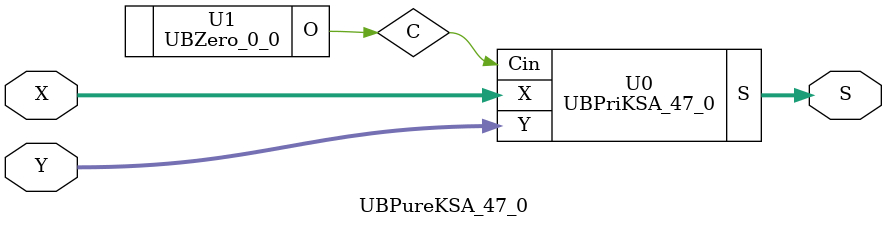
<source format=v>
/*----------------------------------------------------------------------------
  Copyright (c) 2021 Homma laboratory. All rights reserved.

  Top module: UBKSA_31_0_47_0

  Operand-1 length: 32
  Operand-2 length: 48
  Two-operand addition algorithm: Kogge-Stone adder
----------------------------------------------------------------------------*/

module UB1DCON_0(O, I);
  output O;
  input I;
  assign O = I;
endmodule

module UB1DCON_1(O, I);
  output O;
  input I;
  assign O = I;
endmodule

module UB1DCON_2(O, I);
  output O;
  input I;
  assign O = I;
endmodule

module UB1DCON_3(O, I);
  output O;
  input I;
  assign O = I;
endmodule

module UB1DCON_4(O, I);
  output O;
  input I;
  assign O = I;
endmodule

module UB1DCON_5(O, I);
  output O;
  input I;
  assign O = I;
endmodule

module UB1DCON_6(O, I);
  output O;
  input I;
  assign O = I;
endmodule

module UB1DCON_7(O, I);
  output O;
  input I;
  assign O = I;
endmodule

module UB1DCON_8(O, I);
  output O;
  input I;
  assign O = I;
endmodule

module UB1DCON_9(O, I);
  output O;
  input I;
  assign O = I;
endmodule

module UB1DCON_10(O, I);
  output O;
  input I;
  assign O = I;
endmodule

module UB1DCON_11(O, I);
  output O;
  input I;
  assign O = I;
endmodule

module UB1DCON_12(O, I);
  output O;
  input I;
  assign O = I;
endmodule

module UB1DCON_13(O, I);
  output O;
  input I;
  assign O = I;
endmodule

module UB1DCON_14(O, I);
  output O;
  input I;
  assign O = I;
endmodule

module UB1DCON_15(O, I);
  output O;
  input I;
  assign O = I;
endmodule

module UB1DCON_16(O, I);
  output O;
  input I;
  assign O = I;
endmodule

module UB1DCON_17(O, I);
  output O;
  input I;
  assign O = I;
endmodule

module UB1DCON_18(O, I);
  output O;
  input I;
  assign O = I;
endmodule

module UB1DCON_19(O, I);
  output O;
  input I;
  assign O = I;
endmodule

module UB1DCON_20(O, I);
  output O;
  input I;
  assign O = I;
endmodule

module UB1DCON_21(O, I);
  output O;
  input I;
  assign O = I;
endmodule

module UB1DCON_22(O, I);
  output O;
  input I;
  assign O = I;
endmodule

module UB1DCON_23(O, I);
  output O;
  input I;
  assign O = I;
endmodule

module UB1DCON_24(O, I);
  output O;
  input I;
  assign O = I;
endmodule

module UB1DCON_25(O, I);
  output O;
  input I;
  assign O = I;
endmodule

module UB1DCON_26(O, I);
  output O;
  input I;
  assign O = I;
endmodule

module UB1DCON_27(O, I);
  output O;
  input I;
  assign O = I;
endmodule

module UB1DCON_28(O, I);
  output O;
  input I;
  assign O = I;
endmodule

module UB1DCON_29(O, I);
  output O;
  input I;
  assign O = I;
endmodule

module UB1DCON_30(O, I);
  output O;
  input I;
  assign O = I;
endmodule

module UB1DCON_31(O, I);
  output O;
  input I;
  assign O = I;
endmodule

module UBZero_47_32(O);
  output [47:32] O;
  assign O[32] = 0;
  assign O[33] = 0;
  assign O[34] = 0;
  assign O[35] = 0;
  assign O[36] = 0;
  assign O[37] = 0;
  assign O[38] = 0;
  assign O[39] = 0;
  assign O[40] = 0;
  assign O[41] = 0;
  assign O[42] = 0;
  assign O[43] = 0;
  assign O[44] = 0;
  assign O[45] = 0;
  assign O[46] = 0;
  assign O[47] = 0;
endmodule

module GPGenerator(Go, Po, A, B);
  output Go;
  output Po;
  input A;
  input B;
  assign Go = A & B;
  assign Po = A ^ B;
endmodule

module CarryOperator(Go, Po, Gi1, Pi1, Gi2, Pi2);
  output Go;
  output Po;
  input Gi1;
  input Gi2;
  input Pi1;
  input Pi2;
  assign Go = Gi1 | ( Gi2 & Pi1 );
  assign Po = Pi1 & Pi2;
endmodule

module UBPriKSA_47_0(S, X, Y, Cin);
  output [48:0] S;
  input Cin;
  input [47:0] X;
  input [47:0] Y;
  wire [47:0] G0;
  wire [47:0] G1;
  wire [47:0] G2;
  wire [47:0] G3;
  wire [47:0] G4;
  wire [47:0] G5;
  wire [47:0] G6;
  wire [47:0] P0;
  wire [47:0] P1;
  wire [47:0] P2;
  wire [47:0] P3;
  wire [47:0] P4;
  wire [47:0] P5;
  wire [47:0] P6;
  assign P1[0] = P0[0];
  assign G1[0] = G0[0];
  assign P2[0] = P1[0];
  assign G2[0] = G1[0];
  assign P2[1] = P1[1];
  assign G2[1] = G1[1];
  assign P3[0] = P2[0];
  assign G3[0] = G2[0];
  assign P3[1] = P2[1];
  assign G3[1] = G2[1];
  assign P3[2] = P2[2];
  assign G3[2] = G2[2];
  assign P3[3] = P2[3];
  assign G3[3] = G2[3];
  assign P4[0] = P3[0];
  assign G4[0] = G3[0];
  assign P4[1] = P3[1];
  assign G4[1] = G3[1];
  assign P4[2] = P3[2];
  assign G4[2] = G3[2];
  assign P4[3] = P3[3];
  assign G4[3] = G3[3];
  assign P4[4] = P3[4];
  assign G4[4] = G3[4];
  assign P4[5] = P3[5];
  assign G4[5] = G3[5];
  assign P4[6] = P3[6];
  assign G4[6] = G3[6];
  assign P4[7] = P3[7];
  assign G4[7] = G3[7];
  assign P5[0] = P4[0];
  assign G5[0] = G4[0];
  assign P5[1] = P4[1];
  assign G5[1] = G4[1];
  assign P5[2] = P4[2];
  assign G5[2] = G4[2];
  assign P5[3] = P4[3];
  assign G5[3] = G4[3];
  assign P5[4] = P4[4];
  assign G5[4] = G4[4];
  assign P5[5] = P4[5];
  assign G5[5] = G4[5];
  assign P5[6] = P4[6];
  assign G5[6] = G4[6];
  assign P5[7] = P4[7];
  assign G5[7] = G4[7];
  assign P5[8] = P4[8];
  assign G5[8] = G4[8];
  assign P5[9] = P4[9];
  assign G5[9] = G4[9];
  assign P5[10] = P4[10];
  assign G5[10] = G4[10];
  assign P5[11] = P4[11];
  assign G5[11] = G4[11];
  assign P5[12] = P4[12];
  assign G5[12] = G4[12];
  assign P5[13] = P4[13];
  assign G5[13] = G4[13];
  assign P5[14] = P4[14];
  assign G5[14] = G4[14];
  assign P5[15] = P4[15];
  assign G5[15] = G4[15];
  assign P6[0] = P5[0];
  assign G6[0] = G5[0];
  assign P6[1] = P5[1];
  assign G6[1] = G5[1];
  assign P6[2] = P5[2];
  assign G6[2] = G5[2];
  assign P6[3] = P5[3];
  assign G6[3] = G5[3];
  assign P6[4] = P5[4];
  assign G6[4] = G5[4];
  assign P6[5] = P5[5];
  assign G6[5] = G5[5];
  assign P6[6] = P5[6];
  assign G6[6] = G5[6];
  assign P6[7] = P5[7];
  assign G6[7] = G5[7];
  assign P6[8] = P5[8];
  assign G6[8] = G5[8];
  assign P6[9] = P5[9];
  assign G6[9] = G5[9];
  assign P6[10] = P5[10];
  assign G6[10] = G5[10];
  assign P6[11] = P5[11];
  assign G6[11] = G5[11];
  assign P6[12] = P5[12];
  assign G6[12] = G5[12];
  assign P6[13] = P5[13];
  assign G6[13] = G5[13];
  assign P6[14] = P5[14];
  assign G6[14] = G5[14];
  assign P6[15] = P5[15];
  assign G6[15] = G5[15];
  assign P6[16] = P5[16];
  assign G6[16] = G5[16];
  assign P6[17] = P5[17];
  assign G6[17] = G5[17];
  assign P6[18] = P5[18];
  assign G6[18] = G5[18];
  assign P6[19] = P5[19];
  assign G6[19] = G5[19];
  assign P6[20] = P5[20];
  assign G6[20] = G5[20];
  assign P6[21] = P5[21];
  assign G6[21] = G5[21];
  assign P6[22] = P5[22];
  assign G6[22] = G5[22];
  assign P6[23] = P5[23];
  assign G6[23] = G5[23];
  assign P6[24] = P5[24];
  assign G6[24] = G5[24];
  assign P6[25] = P5[25];
  assign G6[25] = G5[25];
  assign P6[26] = P5[26];
  assign G6[26] = G5[26];
  assign P6[27] = P5[27];
  assign G6[27] = G5[27];
  assign P6[28] = P5[28];
  assign G6[28] = G5[28];
  assign P6[29] = P5[29];
  assign G6[29] = G5[29];
  assign P6[30] = P5[30];
  assign G6[30] = G5[30];
  assign P6[31] = P5[31];
  assign G6[31] = G5[31];
  assign S[0] = Cin ^ P0[0];
  assign S[1] = ( G6[0] | ( P6[0] & Cin ) ) ^ P0[1];
  assign S[2] = ( G6[1] | ( P6[1] & Cin ) ) ^ P0[2];
  assign S[3] = ( G6[2] | ( P6[2] & Cin ) ) ^ P0[3];
  assign S[4] = ( G6[3] | ( P6[3] & Cin ) ) ^ P0[4];
  assign S[5] = ( G6[4] | ( P6[4] & Cin ) ) ^ P0[5];
  assign S[6] = ( G6[5] | ( P6[5] & Cin ) ) ^ P0[6];
  assign S[7] = ( G6[6] | ( P6[6] & Cin ) ) ^ P0[7];
  assign S[8] = ( G6[7] | ( P6[7] & Cin ) ) ^ P0[8];
  assign S[9] = ( G6[8] | ( P6[8] & Cin ) ) ^ P0[9];
  assign S[10] = ( G6[9] | ( P6[9] & Cin ) ) ^ P0[10];
  assign S[11] = ( G6[10] | ( P6[10] & Cin ) ) ^ P0[11];
  assign S[12] = ( G6[11] | ( P6[11] & Cin ) ) ^ P0[12];
  assign S[13] = ( G6[12] | ( P6[12] & Cin ) ) ^ P0[13];
  assign S[14] = ( G6[13] | ( P6[13] & Cin ) ) ^ P0[14];
  assign S[15] = ( G6[14] | ( P6[14] & Cin ) ) ^ P0[15];
  assign S[16] = ( G6[15] | ( P6[15] & Cin ) ) ^ P0[16];
  assign S[17] = ( G6[16] | ( P6[16] & Cin ) ) ^ P0[17];
  assign S[18] = ( G6[17] | ( P6[17] & Cin ) ) ^ P0[18];
  assign S[19] = ( G6[18] | ( P6[18] & Cin ) ) ^ P0[19];
  assign S[20] = ( G6[19] | ( P6[19] & Cin ) ) ^ P0[20];
  assign S[21] = ( G6[20] | ( P6[20] & Cin ) ) ^ P0[21];
  assign S[22] = ( G6[21] | ( P6[21] & Cin ) ) ^ P0[22];
  assign S[23] = ( G6[22] | ( P6[22] & Cin ) ) ^ P0[23];
  assign S[24] = ( G6[23] | ( P6[23] & Cin ) ) ^ P0[24];
  assign S[25] = ( G6[24] | ( P6[24] & Cin ) ) ^ P0[25];
  assign S[26] = ( G6[25] | ( P6[25] & Cin ) ) ^ P0[26];
  assign S[27] = ( G6[26] | ( P6[26] & Cin ) ) ^ P0[27];
  assign S[28] = ( G6[27] | ( P6[27] & Cin ) ) ^ P0[28];
  assign S[29] = ( G6[28] | ( P6[28] & Cin ) ) ^ P0[29];
  assign S[30] = ( G6[29] | ( P6[29] & Cin ) ) ^ P0[30];
  assign S[31] = ( G6[30] | ( P6[30] & Cin ) ) ^ P0[31];
  assign S[32] = ( G6[31] | ( P6[31] & Cin ) ) ^ P0[32];
  assign S[33] = ( G6[32] | ( P6[32] & Cin ) ) ^ P0[33];
  assign S[34] = ( G6[33] | ( P6[33] & Cin ) ) ^ P0[34];
  assign S[35] = ( G6[34] | ( P6[34] & Cin ) ) ^ P0[35];
  assign S[36] = ( G6[35] | ( P6[35] & Cin ) ) ^ P0[36];
  assign S[37] = ( G6[36] | ( P6[36] & Cin ) ) ^ P0[37];
  assign S[38] = ( G6[37] | ( P6[37] & Cin ) ) ^ P0[38];
  assign S[39] = ( G6[38] | ( P6[38] & Cin ) ) ^ P0[39];
  assign S[40] = ( G6[39] | ( P6[39] & Cin ) ) ^ P0[40];
  assign S[41] = ( G6[40] | ( P6[40] & Cin ) ) ^ P0[41];
  assign S[42] = ( G6[41] | ( P6[41] & Cin ) ) ^ P0[42];
  assign S[43] = ( G6[42] | ( P6[42] & Cin ) ) ^ P0[43];
  assign S[44] = ( G6[43] | ( P6[43] & Cin ) ) ^ P0[44];
  assign S[45] = ( G6[44] | ( P6[44] & Cin ) ) ^ P0[45];
  assign S[46] = ( G6[45] | ( P6[45] & Cin ) ) ^ P0[46];
  assign S[47] = ( G6[46] | ( P6[46] & Cin ) ) ^ P0[47];
  assign S[48] = G6[47] | ( P6[47] & Cin );
  GPGenerator U0 (G0[0], P0[0], X[0], Y[0]);
  GPGenerator U1 (G0[1], P0[1], X[1], Y[1]);
  GPGenerator U2 (G0[2], P0[2], X[2], Y[2]);
  GPGenerator U3 (G0[3], P0[3], X[3], Y[3]);
  GPGenerator U4 (G0[4], P0[4], X[4], Y[4]);
  GPGenerator U5 (G0[5], P0[5], X[5], Y[5]);
  GPGenerator U6 (G0[6], P0[6], X[6], Y[6]);
  GPGenerator U7 (G0[7], P0[7], X[7], Y[7]);
  GPGenerator U8 (G0[8], P0[8], X[8], Y[8]);
  GPGenerator U9 (G0[9], P0[9], X[9], Y[9]);
  GPGenerator U10 (G0[10], P0[10], X[10], Y[10]);
  GPGenerator U11 (G0[11], P0[11], X[11], Y[11]);
  GPGenerator U12 (G0[12], P0[12], X[12], Y[12]);
  GPGenerator U13 (G0[13], P0[13], X[13], Y[13]);
  GPGenerator U14 (G0[14], P0[14], X[14], Y[14]);
  GPGenerator U15 (G0[15], P0[15], X[15], Y[15]);
  GPGenerator U16 (G0[16], P0[16], X[16], Y[16]);
  GPGenerator U17 (G0[17], P0[17], X[17], Y[17]);
  GPGenerator U18 (G0[18], P0[18], X[18], Y[18]);
  GPGenerator U19 (G0[19], P0[19], X[19], Y[19]);
  GPGenerator U20 (G0[20], P0[20], X[20], Y[20]);
  GPGenerator U21 (G0[21], P0[21], X[21], Y[21]);
  GPGenerator U22 (G0[22], P0[22], X[22], Y[22]);
  GPGenerator U23 (G0[23], P0[23], X[23], Y[23]);
  GPGenerator U24 (G0[24], P0[24], X[24], Y[24]);
  GPGenerator U25 (G0[25], P0[25], X[25], Y[25]);
  GPGenerator U26 (G0[26], P0[26], X[26], Y[26]);
  GPGenerator U27 (G0[27], P0[27], X[27], Y[27]);
  GPGenerator U28 (G0[28], P0[28], X[28], Y[28]);
  GPGenerator U29 (G0[29], P0[29], X[29], Y[29]);
  GPGenerator U30 (G0[30], P0[30], X[30], Y[30]);
  GPGenerator U31 (G0[31], P0[31], X[31], Y[31]);
  GPGenerator U32 (G0[32], P0[32], X[32], Y[32]);
  GPGenerator U33 (G0[33], P0[33], X[33], Y[33]);
  GPGenerator U34 (G0[34], P0[34], X[34], Y[34]);
  GPGenerator U35 (G0[35], P0[35], X[35], Y[35]);
  GPGenerator U36 (G0[36], P0[36], X[36], Y[36]);
  GPGenerator U37 (G0[37], P0[37], X[37], Y[37]);
  GPGenerator U38 (G0[38], P0[38], X[38], Y[38]);
  GPGenerator U39 (G0[39], P0[39], X[39], Y[39]);
  GPGenerator U40 (G0[40], P0[40], X[40], Y[40]);
  GPGenerator U41 (G0[41], P0[41], X[41], Y[41]);
  GPGenerator U42 (G0[42], P0[42], X[42], Y[42]);
  GPGenerator U43 (G0[43], P0[43], X[43], Y[43]);
  GPGenerator U44 (G0[44], P0[44], X[44], Y[44]);
  GPGenerator U45 (G0[45], P0[45], X[45], Y[45]);
  GPGenerator U46 (G0[46], P0[46], X[46], Y[46]);
  GPGenerator U47 (G0[47], P0[47], X[47], Y[47]);
  CarryOperator U48 (G1[1], P1[1], G0[1], P0[1], G0[0], P0[0]);
  CarryOperator U49 (G1[2], P1[2], G0[2], P0[2], G0[1], P0[1]);
  CarryOperator U50 (G1[3], P1[3], G0[3], P0[3], G0[2], P0[2]);
  CarryOperator U51 (G1[4], P1[4], G0[4], P0[4], G0[3], P0[3]);
  CarryOperator U52 (G1[5], P1[5], G0[5], P0[5], G0[4], P0[4]);
  CarryOperator U53 (G1[6], P1[6], G0[6], P0[6], G0[5], P0[5]);
  CarryOperator U54 (G1[7], P1[7], G0[7], P0[7], G0[6], P0[6]);
  CarryOperator U55 (G1[8], P1[8], G0[8], P0[8], G0[7], P0[7]);
  CarryOperator U56 (G1[9], P1[9], G0[9], P0[9], G0[8], P0[8]);
  CarryOperator U57 (G1[10], P1[10], G0[10], P0[10], G0[9], P0[9]);
  CarryOperator U58 (G1[11], P1[11], G0[11], P0[11], G0[10], P0[10]);
  CarryOperator U59 (G1[12], P1[12], G0[12], P0[12], G0[11], P0[11]);
  CarryOperator U60 (G1[13], P1[13], G0[13], P0[13], G0[12], P0[12]);
  CarryOperator U61 (G1[14], P1[14], G0[14], P0[14], G0[13], P0[13]);
  CarryOperator U62 (G1[15], P1[15], G0[15], P0[15], G0[14], P0[14]);
  CarryOperator U63 (G1[16], P1[16], G0[16], P0[16], G0[15], P0[15]);
  CarryOperator U64 (G1[17], P1[17], G0[17], P0[17], G0[16], P0[16]);
  CarryOperator U65 (G1[18], P1[18], G0[18], P0[18], G0[17], P0[17]);
  CarryOperator U66 (G1[19], P1[19], G0[19], P0[19], G0[18], P0[18]);
  CarryOperator U67 (G1[20], P1[20], G0[20], P0[20], G0[19], P0[19]);
  CarryOperator U68 (G1[21], P1[21], G0[21], P0[21], G0[20], P0[20]);
  CarryOperator U69 (G1[22], P1[22], G0[22], P0[22], G0[21], P0[21]);
  CarryOperator U70 (G1[23], P1[23], G0[23], P0[23], G0[22], P0[22]);
  CarryOperator U71 (G1[24], P1[24], G0[24], P0[24], G0[23], P0[23]);
  CarryOperator U72 (G1[25], P1[25], G0[25], P0[25], G0[24], P0[24]);
  CarryOperator U73 (G1[26], P1[26], G0[26], P0[26], G0[25], P0[25]);
  CarryOperator U74 (G1[27], P1[27], G0[27], P0[27], G0[26], P0[26]);
  CarryOperator U75 (G1[28], P1[28], G0[28], P0[28], G0[27], P0[27]);
  CarryOperator U76 (G1[29], P1[29], G0[29], P0[29], G0[28], P0[28]);
  CarryOperator U77 (G1[30], P1[30], G0[30], P0[30], G0[29], P0[29]);
  CarryOperator U78 (G1[31], P1[31], G0[31], P0[31], G0[30], P0[30]);
  CarryOperator U79 (G1[32], P1[32], G0[32], P0[32], G0[31], P0[31]);
  CarryOperator U80 (G1[33], P1[33], G0[33], P0[33], G0[32], P0[32]);
  CarryOperator U81 (G1[34], P1[34], G0[34], P0[34], G0[33], P0[33]);
  CarryOperator U82 (G1[35], P1[35], G0[35], P0[35], G0[34], P0[34]);
  CarryOperator U83 (G1[36], P1[36], G0[36], P0[36], G0[35], P0[35]);
  CarryOperator U84 (G1[37], P1[37], G0[37], P0[37], G0[36], P0[36]);
  CarryOperator U85 (G1[38], P1[38], G0[38], P0[38], G0[37], P0[37]);
  CarryOperator U86 (G1[39], P1[39], G0[39], P0[39], G0[38], P0[38]);
  CarryOperator U87 (G1[40], P1[40], G0[40], P0[40], G0[39], P0[39]);
  CarryOperator U88 (G1[41], P1[41], G0[41], P0[41], G0[40], P0[40]);
  CarryOperator U89 (G1[42], P1[42], G0[42], P0[42], G0[41], P0[41]);
  CarryOperator U90 (G1[43], P1[43], G0[43], P0[43], G0[42], P0[42]);
  CarryOperator U91 (G1[44], P1[44], G0[44], P0[44], G0[43], P0[43]);
  CarryOperator U92 (G1[45], P1[45], G0[45], P0[45], G0[44], P0[44]);
  CarryOperator U93 (G1[46], P1[46], G0[46], P0[46], G0[45], P0[45]);
  CarryOperator U94 (G1[47], P1[47], G0[47], P0[47], G0[46], P0[46]);
  CarryOperator U95 (G2[2], P2[2], G1[2], P1[2], G1[0], P1[0]);
  CarryOperator U96 (G2[3], P2[3], G1[3], P1[3], G1[1], P1[1]);
  CarryOperator U97 (G2[4], P2[4], G1[4], P1[4], G1[2], P1[2]);
  CarryOperator U98 (G2[5], P2[5], G1[5], P1[5], G1[3], P1[3]);
  CarryOperator U99 (G2[6], P2[6], G1[6], P1[6], G1[4], P1[4]);
  CarryOperator U100 (G2[7], P2[7], G1[7], P1[7], G1[5], P1[5]);
  CarryOperator U101 (G2[8], P2[8], G1[8], P1[8], G1[6], P1[6]);
  CarryOperator U102 (G2[9], P2[9], G1[9], P1[9], G1[7], P1[7]);
  CarryOperator U103 (G2[10], P2[10], G1[10], P1[10], G1[8], P1[8]);
  CarryOperator U104 (G2[11], P2[11], G1[11], P1[11], G1[9], P1[9]);
  CarryOperator U105 (G2[12], P2[12], G1[12], P1[12], G1[10], P1[10]);
  CarryOperator U106 (G2[13], P2[13], G1[13], P1[13], G1[11], P1[11]);
  CarryOperator U107 (G2[14], P2[14], G1[14], P1[14], G1[12], P1[12]);
  CarryOperator U108 (G2[15], P2[15], G1[15], P1[15], G1[13], P1[13]);
  CarryOperator U109 (G2[16], P2[16], G1[16], P1[16], G1[14], P1[14]);
  CarryOperator U110 (G2[17], P2[17], G1[17], P1[17], G1[15], P1[15]);
  CarryOperator U111 (G2[18], P2[18], G1[18], P1[18], G1[16], P1[16]);
  CarryOperator U112 (G2[19], P2[19], G1[19], P1[19], G1[17], P1[17]);
  CarryOperator U113 (G2[20], P2[20], G1[20], P1[20], G1[18], P1[18]);
  CarryOperator U114 (G2[21], P2[21], G1[21], P1[21], G1[19], P1[19]);
  CarryOperator U115 (G2[22], P2[22], G1[22], P1[22], G1[20], P1[20]);
  CarryOperator U116 (G2[23], P2[23], G1[23], P1[23], G1[21], P1[21]);
  CarryOperator U117 (G2[24], P2[24], G1[24], P1[24], G1[22], P1[22]);
  CarryOperator U118 (G2[25], P2[25], G1[25], P1[25], G1[23], P1[23]);
  CarryOperator U119 (G2[26], P2[26], G1[26], P1[26], G1[24], P1[24]);
  CarryOperator U120 (G2[27], P2[27], G1[27], P1[27], G1[25], P1[25]);
  CarryOperator U121 (G2[28], P2[28], G1[28], P1[28], G1[26], P1[26]);
  CarryOperator U122 (G2[29], P2[29], G1[29], P1[29], G1[27], P1[27]);
  CarryOperator U123 (G2[30], P2[30], G1[30], P1[30], G1[28], P1[28]);
  CarryOperator U124 (G2[31], P2[31], G1[31], P1[31], G1[29], P1[29]);
  CarryOperator U125 (G2[32], P2[32], G1[32], P1[32], G1[30], P1[30]);
  CarryOperator U126 (G2[33], P2[33], G1[33], P1[33], G1[31], P1[31]);
  CarryOperator U127 (G2[34], P2[34], G1[34], P1[34], G1[32], P1[32]);
  CarryOperator U128 (G2[35], P2[35], G1[35], P1[35], G1[33], P1[33]);
  CarryOperator U129 (G2[36], P2[36], G1[36], P1[36], G1[34], P1[34]);
  CarryOperator U130 (G2[37], P2[37], G1[37], P1[37], G1[35], P1[35]);
  CarryOperator U131 (G2[38], P2[38], G1[38], P1[38], G1[36], P1[36]);
  CarryOperator U132 (G2[39], P2[39], G1[39], P1[39], G1[37], P1[37]);
  CarryOperator U133 (G2[40], P2[40], G1[40], P1[40], G1[38], P1[38]);
  CarryOperator U134 (G2[41], P2[41], G1[41], P1[41], G1[39], P1[39]);
  CarryOperator U135 (G2[42], P2[42], G1[42], P1[42], G1[40], P1[40]);
  CarryOperator U136 (G2[43], P2[43], G1[43], P1[43], G1[41], P1[41]);
  CarryOperator U137 (G2[44], P2[44], G1[44], P1[44], G1[42], P1[42]);
  CarryOperator U138 (G2[45], P2[45], G1[45], P1[45], G1[43], P1[43]);
  CarryOperator U139 (G2[46], P2[46], G1[46], P1[46], G1[44], P1[44]);
  CarryOperator U140 (G2[47], P2[47], G1[47], P1[47], G1[45], P1[45]);
  CarryOperator U141 (G3[4], P3[4], G2[4], P2[4], G2[0], P2[0]);
  CarryOperator U142 (G3[5], P3[5], G2[5], P2[5], G2[1], P2[1]);
  CarryOperator U143 (G3[6], P3[6], G2[6], P2[6], G2[2], P2[2]);
  CarryOperator U144 (G3[7], P3[7], G2[7], P2[7], G2[3], P2[3]);
  CarryOperator U145 (G3[8], P3[8], G2[8], P2[8], G2[4], P2[4]);
  CarryOperator U146 (G3[9], P3[9], G2[9], P2[9], G2[5], P2[5]);
  CarryOperator U147 (G3[10], P3[10], G2[10], P2[10], G2[6], P2[6]);
  CarryOperator U148 (G3[11], P3[11], G2[11], P2[11], G2[7], P2[7]);
  CarryOperator U149 (G3[12], P3[12], G2[12], P2[12], G2[8], P2[8]);
  CarryOperator U150 (G3[13], P3[13], G2[13], P2[13], G2[9], P2[9]);
  CarryOperator U151 (G3[14], P3[14], G2[14], P2[14], G2[10], P2[10]);
  CarryOperator U152 (G3[15], P3[15], G2[15], P2[15], G2[11], P2[11]);
  CarryOperator U153 (G3[16], P3[16], G2[16], P2[16], G2[12], P2[12]);
  CarryOperator U154 (G3[17], P3[17], G2[17], P2[17], G2[13], P2[13]);
  CarryOperator U155 (G3[18], P3[18], G2[18], P2[18], G2[14], P2[14]);
  CarryOperator U156 (G3[19], P3[19], G2[19], P2[19], G2[15], P2[15]);
  CarryOperator U157 (G3[20], P3[20], G2[20], P2[20], G2[16], P2[16]);
  CarryOperator U158 (G3[21], P3[21], G2[21], P2[21], G2[17], P2[17]);
  CarryOperator U159 (G3[22], P3[22], G2[22], P2[22], G2[18], P2[18]);
  CarryOperator U160 (G3[23], P3[23], G2[23], P2[23], G2[19], P2[19]);
  CarryOperator U161 (G3[24], P3[24], G2[24], P2[24], G2[20], P2[20]);
  CarryOperator U162 (G3[25], P3[25], G2[25], P2[25], G2[21], P2[21]);
  CarryOperator U163 (G3[26], P3[26], G2[26], P2[26], G2[22], P2[22]);
  CarryOperator U164 (G3[27], P3[27], G2[27], P2[27], G2[23], P2[23]);
  CarryOperator U165 (G3[28], P3[28], G2[28], P2[28], G2[24], P2[24]);
  CarryOperator U166 (G3[29], P3[29], G2[29], P2[29], G2[25], P2[25]);
  CarryOperator U167 (G3[30], P3[30], G2[30], P2[30], G2[26], P2[26]);
  CarryOperator U168 (G3[31], P3[31], G2[31], P2[31], G2[27], P2[27]);
  CarryOperator U169 (G3[32], P3[32], G2[32], P2[32], G2[28], P2[28]);
  CarryOperator U170 (G3[33], P3[33], G2[33], P2[33], G2[29], P2[29]);
  CarryOperator U171 (G3[34], P3[34], G2[34], P2[34], G2[30], P2[30]);
  CarryOperator U172 (G3[35], P3[35], G2[35], P2[35], G2[31], P2[31]);
  CarryOperator U173 (G3[36], P3[36], G2[36], P2[36], G2[32], P2[32]);
  CarryOperator U174 (G3[37], P3[37], G2[37], P2[37], G2[33], P2[33]);
  CarryOperator U175 (G3[38], P3[38], G2[38], P2[38], G2[34], P2[34]);
  CarryOperator U176 (G3[39], P3[39], G2[39], P2[39], G2[35], P2[35]);
  CarryOperator U177 (G3[40], P3[40], G2[40], P2[40], G2[36], P2[36]);
  CarryOperator U178 (G3[41], P3[41], G2[41], P2[41], G2[37], P2[37]);
  CarryOperator U179 (G3[42], P3[42], G2[42], P2[42], G2[38], P2[38]);
  CarryOperator U180 (G3[43], P3[43], G2[43], P2[43], G2[39], P2[39]);
  CarryOperator U181 (G3[44], P3[44], G2[44], P2[44], G2[40], P2[40]);
  CarryOperator U182 (G3[45], P3[45], G2[45], P2[45], G2[41], P2[41]);
  CarryOperator U183 (G3[46], P3[46], G2[46], P2[46], G2[42], P2[42]);
  CarryOperator U184 (G3[47], P3[47], G2[47], P2[47], G2[43], P2[43]);
  CarryOperator U185 (G4[8], P4[8], G3[8], P3[8], G3[0], P3[0]);
  CarryOperator U186 (G4[9], P4[9], G3[9], P3[9], G3[1], P3[1]);
  CarryOperator U187 (G4[10], P4[10], G3[10], P3[10], G3[2], P3[2]);
  CarryOperator U188 (G4[11], P4[11], G3[11], P3[11], G3[3], P3[3]);
  CarryOperator U189 (G4[12], P4[12], G3[12], P3[12], G3[4], P3[4]);
  CarryOperator U190 (G4[13], P4[13], G3[13], P3[13], G3[5], P3[5]);
  CarryOperator U191 (G4[14], P4[14], G3[14], P3[14], G3[6], P3[6]);
  CarryOperator U192 (G4[15], P4[15], G3[15], P3[15], G3[7], P3[7]);
  CarryOperator U193 (G4[16], P4[16], G3[16], P3[16], G3[8], P3[8]);
  CarryOperator U194 (G4[17], P4[17], G3[17], P3[17], G3[9], P3[9]);
  CarryOperator U195 (G4[18], P4[18], G3[18], P3[18], G3[10], P3[10]);
  CarryOperator U196 (G4[19], P4[19], G3[19], P3[19], G3[11], P3[11]);
  CarryOperator U197 (G4[20], P4[20], G3[20], P3[20], G3[12], P3[12]);
  CarryOperator U198 (G4[21], P4[21], G3[21], P3[21], G3[13], P3[13]);
  CarryOperator U199 (G4[22], P4[22], G3[22], P3[22], G3[14], P3[14]);
  CarryOperator U200 (G4[23], P4[23], G3[23], P3[23], G3[15], P3[15]);
  CarryOperator U201 (G4[24], P4[24], G3[24], P3[24], G3[16], P3[16]);
  CarryOperator U202 (G4[25], P4[25], G3[25], P3[25], G3[17], P3[17]);
  CarryOperator U203 (G4[26], P4[26], G3[26], P3[26], G3[18], P3[18]);
  CarryOperator U204 (G4[27], P4[27], G3[27], P3[27], G3[19], P3[19]);
  CarryOperator U205 (G4[28], P4[28], G3[28], P3[28], G3[20], P3[20]);
  CarryOperator U206 (G4[29], P4[29], G3[29], P3[29], G3[21], P3[21]);
  CarryOperator U207 (G4[30], P4[30], G3[30], P3[30], G3[22], P3[22]);
  CarryOperator U208 (G4[31], P4[31], G3[31], P3[31], G3[23], P3[23]);
  CarryOperator U209 (G4[32], P4[32], G3[32], P3[32], G3[24], P3[24]);
  CarryOperator U210 (G4[33], P4[33], G3[33], P3[33], G3[25], P3[25]);
  CarryOperator U211 (G4[34], P4[34], G3[34], P3[34], G3[26], P3[26]);
  CarryOperator U212 (G4[35], P4[35], G3[35], P3[35], G3[27], P3[27]);
  CarryOperator U213 (G4[36], P4[36], G3[36], P3[36], G3[28], P3[28]);
  CarryOperator U214 (G4[37], P4[37], G3[37], P3[37], G3[29], P3[29]);
  CarryOperator U215 (G4[38], P4[38], G3[38], P3[38], G3[30], P3[30]);
  CarryOperator U216 (G4[39], P4[39], G3[39], P3[39], G3[31], P3[31]);
  CarryOperator U217 (G4[40], P4[40], G3[40], P3[40], G3[32], P3[32]);
  CarryOperator U218 (G4[41], P4[41], G3[41], P3[41], G3[33], P3[33]);
  CarryOperator U219 (G4[42], P4[42], G3[42], P3[42], G3[34], P3[34]);
  CarryOperator U220 (G4[43], P4[43], G3[43], P3[43], G3[35], P3[35]);
  CarryOperator U221 (G4[44], P4[44], G3[44], P3[44], G3[36], P3[36]);
  CarryOperator U222 (G4[45], P4[45], G3[45], P3[45], G3[37], P3[37]);
  CarryOperator U223 (G4[46], P4[46], G3[46], P3[46], G3[38], P3[38]);
  CarryOperator U224 (G4[47], P4[47], G3[47], P3[47], G3[39], P3[39]);
  CarryOperator U225 (G5[16], P5[16], G4[16], P4[16], G4[0], P4[0]);
  CarryOperator U226 (G5[17], P5[17], G4[17], P4[17], G4[1], P4[1]);
  CarryOperator U227 (G5[18], P5[18], G4[18], P4[18], G4[2], P4[2]);
  CarryOperator U228 (G5[19], P5[19], G4[19], P4[19], G4[3], P4[3]);
  CarryOperator U229 (G5[20], P5[20], G4[20], P4[20], G4[4], P4[4]);
  CarryOperator U230 (G5[21], P5[21], G4[21], P4[21], G4[5], P4[5]);
  CarryOperator U231 (G5[22], P5[22], G4[22], P4[22], G4[6], P4[6]);
  CarryOperator U232 (G5[23], P5[23], G4[23], P4[23], G4[7], P4[7]);
  CarryOperator U233 (G5[24], P5[24], G4[24], P4[24], G4[8], P4[8]);
  CarryOperator U234 (G5[25], P5[25], G4[25], P4[25], G4[9], P4[9]);
  CarryOperator U235 (G5[26], P5[26], G4[26], P4[26], G4[10], P4[10]);
  CarryOperator U236 (G5[27], P5[27], G4[27], P4[27], G4[11], P4[11]);
  CarryOperator U237 (G5[28], P5[28], G4[28], P4[28], G4[12], P4[12]);
  CarryOperator U238 (G5[29], P5[29], G4[29], P4[29], G4[13], P4[13]);
  CarryOperator U239 (G5[30], P5[30], G4[30], P4[30], G4[14], P4[14]);
  CarryOperator U240 (G5[31], P5[31], G4[31], P4[31], G4[15], P4[15]);
  CarryOperator U241 (G5[32], P5[32], G4[32], P4[32], G4[16], P4[16]);
  CarryOperator U242 (G5[33], P5[33], G4[33], P4[33], G4[17], P4[17]);
  CarryOperator U243 (G5[34], P5[34], G4[34], P4[34], G4[18], P4[18]);
  CarryOperator U244 (G5[35], P5[35], G4[35], P4[35], G4[19], P4[19]);
  CarryOperator U245 (G5[36], P5[36], G4[36], P4[36], G4[20], P4[20]);
  CarryOperator U246 (G5[37], P5[37], G4[37], P4[37], G4[21], P4[21]);
  CarryOperator U247 (G5[38], P5[38], G4[38], P4[38], G4[22], P4[22]);
  CarryOperator U248 (G5[39], P5[39], G4[39], P4[39], G4[23], P4[23]);
  CarryOperator U249 (G5[40], P5[40], G4[40], P4[40], G4[24], P4[24]);
  CarryOperator U250 (G5[41], P5[41], G4[41], P4[41], G4[25], P4[25]);
  CarryOperator U251 (G5[42], P5[42], G4[42], P4[42], G4[26], P4[26]);
  CarryOperator U252 (G5[43], P5[43], G4[43], P4[43], G4[27], P4[27]);
  CarryOperator U253 (G5[44], P5[44], G4[44], P4[44], G4[28], P4[28]);
  CarryOperator U254 (G5[45], P5[45], G4[45], P4[45], G4[29], P4[29]);
  CarryOperator U255 (G5[46], P5[46], G4[46], P4[46], G4[30], P4[30]);
  CarryOperator U256 (G5[47], P5[47], G4[47], P4[47], G4[31], P4[31]);
  CarryOperator U257 (G6[32], P6[32], G5[32], P5[32], G5[0], P5[0]);
  CarryOperator U258 (G6[33], P6[33], G5[33], P5[33], G5[1], P5[1]);
  CarryOperator U259 (G6[34], P6[34], G5[34], P5[34], G5[2], P5[2]);
  CarryOperator U260 (G6[35], P6[35], G5[35], P5[35], G5[3], P5[3]);
  CarryOperator U261 (G6[36], P6[36], G5[36], P5[36], G5[4], P5[4]);
  CarryOperator U262 (G6[37], P6[37], G5[37], P5[37], G5[5], P5[5]);
  CarryOperator U263 (G6[38], P6[38], G5[38], P5[38], G5[6], P5[6]);
  CarryOperator U264 (G6[39], P6[39], G5[39], P5[39], G5[7], P5[7]);
  CarryOperator U265 (G6[40], P6[40], G5[40], P5[40], G5[8], P5[8]);
  CarryOperator U266 (G6[41], P6[41], G5[41], P5[41], G5[9], P5[9]);
  CarryOperator U267 (G6[42], P6[42], G5[42], P5[42], G5[10], P5[10]);
  CarryOperator U268 (G6[43], P6[43], G5[43], P5[43], G5[11], P5[11]);
  CarryOperator U269 (G6[44], P6[44], G5[44], P5[44], G5[12], P5[12]);
  CarryOperator U270 (G6[45], P6[45], G5[45], P5[45], G5[13], P5[13]);
  CarryOperator U271 (G6[46], P6[46], G5[46], P5[46], G5[14], P5[14]);
  CarryOperator U272 (G6[47], P6[47], G5[47], P5[47], G5[15], P5[15]);
endmodule

module UBZero_0_0(O);
  output [0:0] O;
  assign O[0] = 0;
endmodule

module UBCON_31_0 (O, I);
  output [31:0] O;
  input [31:0] I;
  UB1DCON_0 U0 (O[0], I[0]);
  UB1DCON_1 U1 (O[1], I[1]);
  UB1DCON_2 U2 (O[2], I[2]);
  UB1DCON_3 U3 (O[3], I[3]);
  UB1DCON_4 U4 (O[4], I[4]);
  UB1DCON_5 U5 (O[5], I[5]);
  UB1DCON_6 U6 (O[6], I[6]);
  UB1DCON_7 U7 (O[7], I[7]);
  UB1DCON_8 U8 (O[8], I[8]);
  UB1DCON_9 U9 (O[9], I[9]);
  UB1DCON_10 U10 (O[10], I[10]);
  UB1DCON_11 U11 (O[11], I[11]);
  UB1DCON_12 U12 (O[12], I[12]);
  UB1DCON_13 U13 (O[13], I[13]);
  UB1DCON_14 U14 (O[14], I[14]);
  UB1DCON_15 U15 (O[15], I[15]);
  UB1DCON_16 U16 (O[16], I[16]);
  UB1DCON_17 U17 (O[17], I[17]);
  UB1DCON_18 U18 (O[18], I[18]);
  UB1DCON_19 U19 (O[19], I[19]);
  UB1DCON_20 U20 (O[20], I[20]);
  UB1DCON_21 U21 (O[21], I[21]);
  UB1DCON_22 U22 (O[22], I[22]);
  UB1DCON_23 U23 (O[23], I[23]);
  UB1DCON_24 U24 (O[24], I[24]);
  UB1DCON_25 U25 (O[25], I[25]);
  UB1DCON_26 U26 (O[26], I[26]);
  UB1DCON_27 U27 (O[27], I[27]);
  UB1DCON_28 U28 (O[28], I[28]);
  UB1DCON_29 U29 (O[29], I[29]);
  UB1DCON_30 U30 (O[30], I[30]);
  UB1DCON_31 U31 (O[31], I[31]);
endmodule

module UBExtender_31_0_4000 (O, I);
  output [47:0] O;
  input [31:0] I;
  UBCON_31_0 U0 (O[31:0], I[31:0]);
  UBZero_47_32 U1 (O[47:32]);
endmodule

module UBKSA_31_0_47_0 (S, X, Y);
  output [48:0] S;
  input [31:0] X;
  input [47:0] Y;
  wire [47:0] Z;
  UBExtender_31_0_4000 U0 (Z[47:0], X[31:0]);
  UBPureKSA_47_0 U1 (S[48:0], Z[47:0], Y[47:0]);
endmodule

module UBPureKSA_47_0 (S, X, Y);
  output [48:0] S;
  input [47:0] X;
  input [47:0] Y;
  wire C;
  UBPriKSA_47_0 U0 (S, X, Y, C);
  UBZero_0_0 U1 (C);
endmodule


</source>
